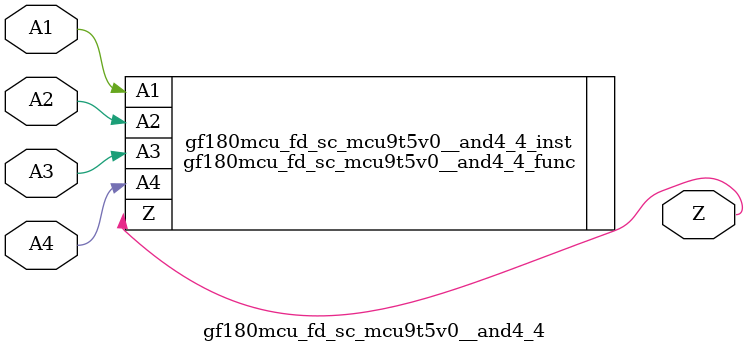
<source format=v>

module gf180mcu_fd_sc_mcu9t5v0__and4_4( A4, A3, A1, A2, Z );
input A1, A2, A3, A4;
output Z;

   `ifdef FUNCTIONAL  //  functional //

	gf180mcu_fd_sc_mcu9t5v0__and4_4_func gf180mcu_fd_sc_mcu9t5v0__and4_4_behav_inst(.A4(A4),.A3(A3),.A1(A1),.A2(A2),.Z(Z));

   `else

	gf180mcu_fd_sc_mcu9t5v0__and4_4_func gf180mcu_fd_sc_mcu9t5v0__and4_4_inst(.A4(A4),.A3(A3),.A1(A1),.A2(A2),.Z(Z));

	// spec_gates_begin


	// spec_gates_end



   specify

	// specify_block_begin

	// comb arc A1 --> Z
	 (A1 => Z) = (1.0,1.0);

	// comb arc A2 --> Z
	 (A2 => Z) = (1.0,1.0);

	// comb arc A3 --> Z
	 (A3 => Z) = (1.0,1.0);

	// comb arc A4 --> Z
	 (A4 => Z) = (1.0,1.0);

	// specify_block_end

   endspecify

   `endif

endmodule

</source>
